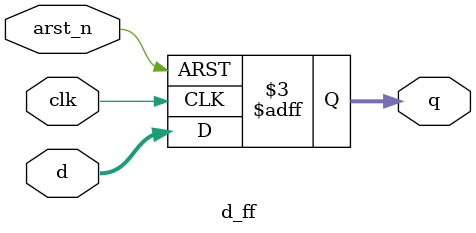
<source format=v>
module d_ff #(parameter WIDTH = 32)
(
  input clk,
  input arst_n,
  input [WIDTH-1:0] d,
  output reg [WIDTH-1:0] q
);

  always @(posedge clk or negedge arst_n) begin
    if (!arst_n) begin
      q <= {WIDTH{1'b0}};
    end else begin
      q <= d;
    end
  end
endmodule

</source>
